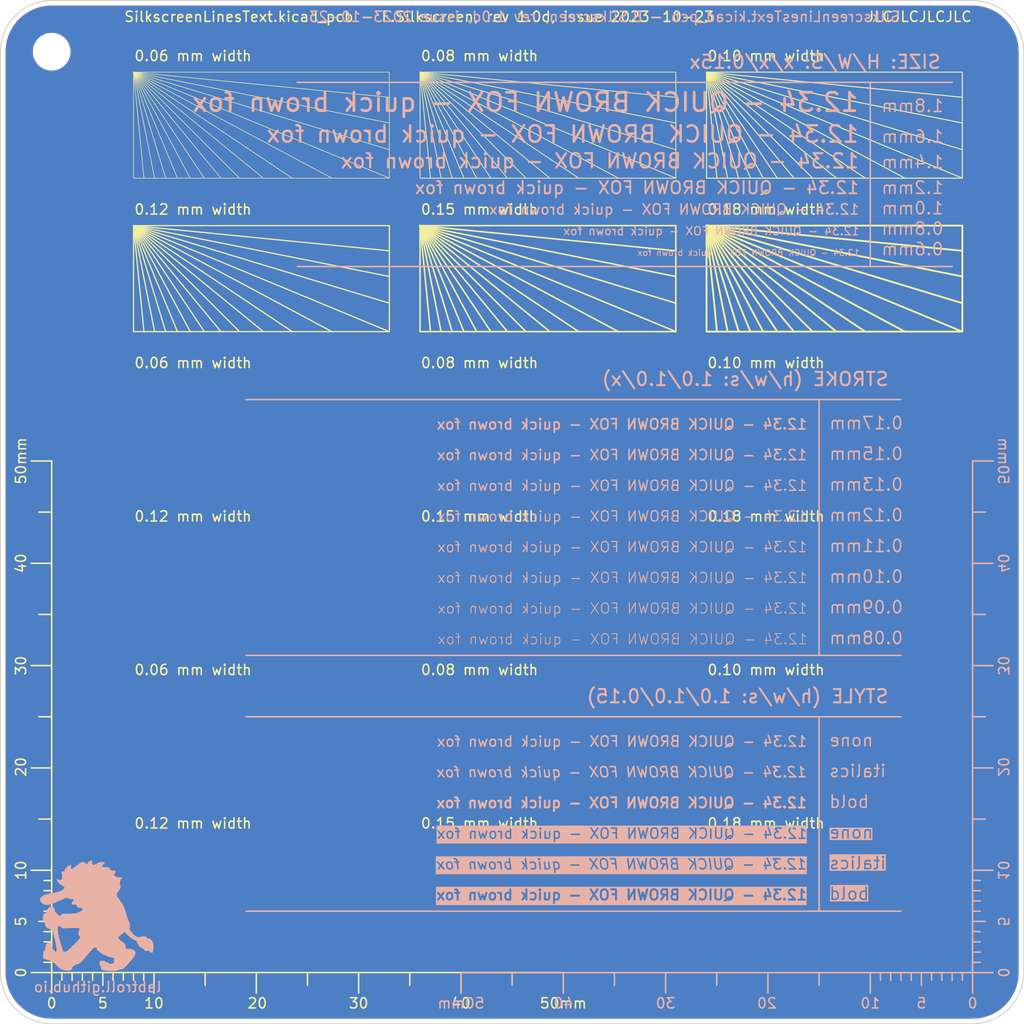
<source format=kicad_pcb>
(kicad_pcb (version 20221018) (generator pcbnew)
  (title_block (title "Silk Screen Visual Tests") (date "2023-10-23") (rev "1.0d") (company "Morten Hattesen"))
  (layers (0 "F.Cu" signal) (31 "B.Cu" signal) (36 "B.SilkS" user "B.Silkscreen") (37 "F.SilkS" user "F.Silkscreen") (38 "B.Mask" user) (39 "F.Mask" user) (44 "Edge.Cuts" user))
  (property "FILE" "SilkscreenLinesText.kicad_pcb")
  (net 0 "")
  (footprint "SilkScreenTests:Silkscreen_Lines_25x10mm_0.15mm" (layer "F.Cu") (at 64.335 43.195)
    (fp_text reference "~" hide)
    (fp_text value "0.06 mm width" (at 0 -1 unlocked) (layer "F.SilkS") (effects (justify left bottom)))
  )
  (footprint "SilkScreenTests:Lines_Copper_25x10mm_0.15mm" (layer "F.Cu") (at 64.335 103.195)
    (fp_text reference "~" hide)
    (fp_text value "0.06 mm width" (at 0 -1 unlocked) (layer "F.SilkS") (effects (justify left bottom)))
    (fp_line (start 0 0) (end 1.019424 10.36) (stroke (width 0.06)) (layer "F.Cu"))
    (fp_line (start 0 0) (end 2.059568 10.36) (stroke (width 0.06)) (layer "F.Cu"))
    (fp_line (start 0 0) (end 3.141152 10.36) (stroke (width 0.06)) (layer "F.Cu"))
    (fp_line (start 0 0) (end 4.293184 10.36) (stroke (width 0.06)) (layer "F.Cu"))
    (fp_line (start 0 0) (end 5.536384 10.36) (stroke (width 0.06)) (layer "F.Cu"))
    (fp_line (start 0 0) (end 6.92048 10.36) (stroke (width 0.06)) (layer "F.Cu"))
    (fp_line (start 0 0) (end 8.499344 10.31) (stroke (width 0.06)) (layer "F.Cu"))
    (fp_line (start 0 0) (end 10.36 10.36) (stroke (width 0.06)) (layer "F.Cu"))
    (fp_line (start 0 0) (end 12.627986 10.31) (stroke (width 0.06)) (layer "F.Cu"))
    (fp_line (start 0 0) (end 15.508982 10.36) (stroke (width 0.06)) (layer "F.Cu"))
    (fp_line (start 0 0) (end 19.386228 10.36) (stroke (width 0.06)) (layer "F.Cu"))
    (fp_line (start 0 0) (end 25 2.46) (stroke (width 0.06)) (layer "F.Cu"))
    (fp_line (start 0 0) (end 25 4.97) (stroke (width 0.06)) (layer "F.Cu"))
    (fp_line (start 0 0) (end 25 7.58) (stroke (width 0.06)) (layer "F.Cu"))
    (fp_line (start 0 0) (end 25 10.36) (stroke (width 0.06)) (layer "F.Cu"))
    (fp_rect (start 0 0) (end 25 10.36) (stroke (width 0.06)) (fill none) (layer "F.Cu"))
  )
  (footprint "SilkScreenTests:Lines_Copper_25x10mm_0.15mm" (layer "F.Cu") (at 92.335 103.195)
    (fp_text reference "~" hide)
    (fp_text value "0.08 mm width" (at 0 -1 unlocked) (layer "F.SilkS") (effects (justify left bottom)))
    (fp_line (start 0 0) (end 1.019424 10.36) (stroke (width 0.08)) (layer "F.Cu"))
    (fp_line (start 0 0) (end 2.059568 10.36) (stroke (width 0.08)) (layer "F.Cu"))
    (fp_line (start 0 0) (end 3.141152 10.36) (stroke (width 0.08)) (layer "F.Cu"))
    (fp_line (start 0 0) (end 4.293184 10.36) (stroke (width 0.08)) (layer "F.Cu"))
    (fp_line (start 0 0) (end 5.536384 10.36) (stroke (width 0.08)) (layer "F.Cu"))
    (fp_line (start 0 0) (end 6.92048 10.36) (stroke (width 0.08)) (layer "F.Cu"))
    (fp_line (start 0 0) (end 8.499344 10.31) (stroke (width 0.08)) (layer "F.Cu"))
    (fp_line (start 0 0) (end 10.36 10.36) (stroke (width 0.08)) (layer "F.Cu"))
    (fp_line (start 0 0) (end 12.627986 10.31) (stroke (width 0.08)) (layer "F.Cu"))
    (fp_line (start 0 0) (end 15.508982 10.36) (stroke (width 0.08)) (layer "F.Cu"))
    (fp_line (start 0 0) (end 19.386228 10.36) (stroke (width 0.08)) (layer "F.Cu"))
    (fp_line (start 0 0) (end 25 2.46) (stroke (width 0.08)) (layer "F.Cu"))
    (fp_line (start 0 0) (end 25 4.97) (stroke (width 0.08)) (layer "F.Cu"))
    (fp_line (start 0 0) (end 25 7.58) (stroke (width 0.08)) (layer "F.Cu"))
    (fp_line (start 0 0) (end 25 10.36) (stroke (width 0.08)) (layer "F.Cu"))
    (fp_rect (start 0 0) (end 25 10.36) (stroke (width 0.08)) (fill none) (layer "F.Cu"))
  )
  (footprint "SilkScreenTests:Lines_Copper_25x10mm_0.15mm" (layer "F.Cu") (at 120.335 118.195)
    (fp_text reference "~" hide)
    (fp_text value "0.18 mm width" (at 0 -1 unlocked) (layer "F.SilkS") (effects (justify left bottom)))
    (fp_line (start 0 0) (end 1.019424 10.36) (stroke (width 0.18)) (layer "F.Cu"))
    (fp_line (start 0 0) (end 2.059568 10.36) (stroke (width 0.18)) (layer "F.Cu"))
    (fp_line (start 0 0) (end 3.141152 10.36) (stroke (width 0.18)) (layer "F.Cu"))
    (fp_line (start 0 0) (end 4.293184 10.36) (stroke (width 0.18)) (layer "F.Cu"))
    (fp_line (start 0 0) (end 5.536384 10.36) (stroke (width 0.18)) (layer "F.Cu"))
    (fp_line (start 0 0) (end 6.92048 10.36) (stroke (width 0.18)) (layer "F.Cu"))
    (fp_line (start 0 0) (end 8.499344 10.31) (stroke (width 0.18)) (layer "F.Cu"))
    (fp_line (start 0 0) (end 10.36 10.36) (stroke (width 0.18)) (layer "F.Cu"))
    (fp_line (start 0 0) (end 12.627986 10.31) (stroke (width 0.18)) (layer "F.Cu"))
    (fp_line (start 0 0) (end 15.508982 10.36) (stroke (width 0.18)) (layer "F.Cu"))
    (fp_line (start 0 0) (end 19.386228 10.36) (stroke (width 0.18)) (layer "F.Cu"))
    (fp_line (start 0 0) (end 25 2.46) (stroke (width 0.18)) (layer "F.Cu"))
    (fp_line (start 0 0) (end 25 4.97) (stroke (width 0.18)) (layer "F.Cu"))
    (fp_line (start 0 0) (end 25 7.58) (stroke (width 0.18)) (layer "F.Cu"))
    (fp_line (start 0 0) (end 25 10.36) (stroke (width 0.18)) (layer "F.Cu"))
    (fp_rect (start 0 0) (end 25 10.36) (stroke (width 0.18)) (fill none) (layer "F.Cu"))
  )
  (footprint "SilkScreenTests:Lines_Copper_25x10mm_0.15mm" (layer "F.Cu") (at 64.335 118.195)
    (fp_text reference "~" hide)
    (fp_text value "0.12 mm width" (at 0 -1 unlocked) (layer "F.SilkS") (effects (justify left bottom)))
    (fp_line (start 0 0) (end 1.019424 10.36) (stroke (width 0.12)) (layer "F.Cu"))
    (fp_line (start 0 0) (end 2.059568 10.36) (stroke (width 0.12)) (layer "F.Cu"))
    (fp_line (start 0 0) (end 3.141152 10.36) (stroke (width 0.12)) (layer "F.Cu"))
    (fp_line (start 0 0) (end 4.293184 10.36) (stroke (width 0.12)) (layer "F.Cu"))
    (fp_line (start 0 0) (end 5.536384 10.36) (stroke (width 0.12)) (layer "F.Cu"))
    (fp_line (start 0 0) (end 6.92048 10.36) (stroke (width 0.12)) (layer "F.Cu"))
    (fp_line (start 0 0) (end 8.499344 10.31) (stroke (width 0.12)) (layer "F.Cu"))
    (fp_line (start 0 0) (end 10.36 10.36) (stroke (width 0.12)) (layer "F.Cu"))
    (fp_line (start 0 0) (end 12.627986 10.31) (stroke (width 0.12)) (layer "F.Cu"))
    (fp_line (start 0 0) (end 15.508982 10.36) (stroke (width 0.12)) (layer "F.Cu"))
    (fp_line (start 0 0) (end 19.386228 10.36) (stroke (width 0.12)) (layer "F.Cu"))
    (fp_line (start 0 0) (end 25 2.46) (stroke (width 0.12)) (layer "F.Cu"))
    (fp_line (start 0 0) (end 25 4.97) (stroke (width 0.12)) (layer "F.Cu"))
    (fp_line (start 0 0) (end 25 7.58) (stroke (width 0.12)) (layer "F.Cu"))
    (fp_line (start 0 0) (end 25 10.36) (stroke (width 0.12)) (layer "F.Cu"))
    (fp_rect (start 0 0) (end 25 10.36) (stroke (width 0.12)) (fill none) (layer "F.Cu"))
  )
  (footprint "Calibration_Scale:Gauge_50mm_Type2_SilkScreenTop_FIX" (layer "F.Cu") (at 56.335 131.195)
    (fp_text reference "REF**" hide)
    (fp_text value "Gauge_50mm_Type2_SilkScreenTop_FIX" hide)
    (fp_text user "50mm" (at -3 -50.00244 90 unlocked) (layer "F.SilkS"))
    (fp_text user "20" (at 20.09902 3 unlocked) (layer "F.SilkS"))
    (fp_text user "40" (at -3 -40.00246 90 unlocked) (layer "F.SilkS"))
    (fp_text user "40" (at 39.99992 3 unlocked) (layer "F.SilkS"))
    (fp_text user "5" (at 5 3 unlocked) (layer "F.SilkS"))
    (fp_text user "20" (at -3 -20.10156 90 unlocked) (layer "F.SilkS"))
    (fp_text user "0" (at -3 -0.00254 90 unlocked) (layer "F.SilkS"))
    (fp_text user "5" (at -3 -5.00126 90 unlocked) (layer "F.SilkS"))
    (fp_text user "30" (at -3 -30.00248 90 unlocked) (layer "F.SilkS"))
    (fp_text user "0" (at 0 3 unlocked) (layer "F.SilkS"))
    (fp_text user "30" (at 29.99994 3 unlocked) (layer "F.SilkS"))
    (fp_text user "10" (at 10 3 unlocked) (layer "F.SilkS"))
    (fp_text user "10" (at -3 -10.00252 90 unlocked) (layer "F.SilkS"))
    (fp_text user "50mm" (at 49.9999 3 unlocked) (layer "F.SilkS"))
  )
  (footprint "MountingHole:MountingHole_3.2mm_M3" (layer "F.Cu") (at 56.335 41.195)
    (fp_text reference "REF**" hide)
    (fp_text value "MountingHole_3.2mm_M3" hide)
    (pad "" np_thru_hole circle (at 0 0) (size 3.2 3.2) (drill 3.2) (layers "F&B.Cu" "*.Mask"))
  )
  (footprint "SilkScreenTests:Silkscreen_Lines_25x10mm_0.15mm" (layer "F.Cu") (at 92.335 58.195)
    (fp_text reference "~" hide)
    (fp_text value "0.15 mm width" (at 0 -1 unlocked) (layer "F.SilkS") (effects (justify left bottom)))
  )
  (footprint "SilkScreenTests:Lines_Copper_25x10mm_0.15mm" (layer "F.Cu") (at 92.335 88.195)
    (fp_text reference "~" hide)
    (fp_text value "0.15 mm width" (at 0 -1 unlocked) (layer "F.SilkS") (effects (justify left bottom)))
    (fp_line (start 0 0) (end 1.019424 10.36) (stroke (width 0.15)) (layer "F.Cu"))
    (fp_line (start 0 0) (end 2.059568 10.36) (stroke (width 0.15)) (layer "F.Cu"))
    (fp_line (start 0 0) (end 3.141152 10.36) (stroke (width 0.15)) (layer "F.Cu"))
    (fp_line (start 0 0) (end 4.293184 10.36) (stroke (width 0.15)) (layer "F.Cu"))
    (fp_line (start 0 0) (end 5.536384 10.36) (stroke (width 0.15)) (layer "F.Cu"))
    (fp_line (start 0 0) (end 6.92048 10.36) (stroke (width 0.15)) (layer "F.Cu"))
    (fp_line (start 0 0) (end 8.499344 10.31) (stroke (width 0.15)) (layer "F.Cu"))
    (fp_line (start 0 0) (end 10.36 10.36) (stroke (width 0.15)) (layer "F.Cu"))
    (fp_line (start 0 0) (end 12.627986 10.31) (stroke (width 0.15)) (layer "F.Cu"))
    (fp_line (start 0 0) (end 15.508982 10.36) (stroke (width 0.15)) (layer "F.Cu"))
    (fp_line (start 0 0) (end 19.386228 10.36) (stroke (width 0.15)) (layer "F.Cu"))
    (fp_line (start 0 0) (end 25 2.46) (stroke (width 0.15)) (layer "F.Cu"))
    (fp_line (start 0 0) (end 25 4.97) (stroke (width 0.15)) (layer "F.Cu"))
    (fp_line (start 0 0) (end 25 7.58) (stroke (width 0.15)) (layer "F.Cu"))
    (fp_line (start 0 0) (end 25 10.36) (stroke (width 0.15)) (layer "F.Cu"))
    (fp_rect (start 0 0) (end 25 10.36) (stroke (width 0.15)) (fill none) (layer "F.Cu"))
  )
  (footprint "SilkScreenTests:Lines_Copper_25x10mm_0.15mm" (layer "F.Cu") (at 120.335 88.195)
    (fp_text reference "~" hide)
    (fp_text value "0.18 mm width" (at 0 -1 unlocked) (layer "F.SilkS") (effects (justify left bottom)))
    (fp_line (start 0 0) (end 1.019424 10.36) (stroke (width 0.18)) (layer "F.Cu"))
    (fp_line (start 0 0) (end 2.059568 10.36) (stroke (width 0.18)) (layer "F.Cu"))
    (fp_line (start 0 0) (end 3.141152 10.36) (stroke (width 0.18)) (layer "F.Cu"))
    (fp_line (start 0 0) (end 4.293184 10.36) (stroke (width 0.18)) (layer "F.Cu"))
    (fp_line (start 0 0) (end 5.536384 10.36) (stroke (width 0.18)) (layer "F.Cu"))
    (fp_line (start 0 0) (end 6.92048 10.36) (stroke (width 0.18)) (layer "F.Cu"))
    (fp_line (start 0 0) (end 8.499344 10.31) (stroke (width 0.18)) (layer "F.Cu"))
    (fp_line (start 0 0) (end 10.36 10.36) (stroke (width 0.18)) (layer "F.Cu"))
    (fp_line (start 0 0) (end 12.627986 10.31) (stroke (width 0.18)) (layer "F.Cu"))
    (fp_line (start 0 0) (end 15.508982 10.36) (stroke (width 0.18)) (layer "F.Cu"))
    (fp_line (start 0 0) (end 19.386228 10.36) (stroke (width 0.18)) (layer "F.Cu"))
    (fp_line (start 0 0) (end 25 2.46) (stroke (width 0.18)) (layer "F.Cu"))
    (fp_line (start 0 0) (end 25 4.97) (stroke (width 0.18)) (layer "F.Cu"))
    (fp_line (start 0 0) (end 25 7.58) (stroke (width 0.18)) (layer "F.Cu"))
    (fp_line (start 0 0) (end 25 10.36) (stroke (width 0.18)) (layer "F.Cu"))
    (fp_rect (start 0 0) (end 25 10.36) (stroke (width 0.18)) (fill none) (layer "F.Cu"))
  )
  (footprint "SilkScreenTests:Silkscreen_Lines_25x10mm_0.15mm" (layer "F.Cu") (at 64.335 58.195)
    (fp_text reference "~" hide)
    (fp_text value "0.12 mm width" (at 0 -1 unlocked) (layer "F.SilkS") (effects (justify left bottom)))
  )
  (footprint "SilkScreenTests:Lines_Copper_25x10mm_0.15mm" (layer "F.Cu") (at 92.335 118.195)
    (fp_text reference "~" hide)
    (fp_text value "0.15 mm width" (at 0 -1 unlocked) (layer "F.SilkS") (effects (justify left bottom)))
    (fp_line (start 0 0) (end 1.019424 10.36) (stroke (width 0.15)) (layer "F.Cu"))
    (fp_line (start 0 0) (end 2.059568 10.36) (stroke (width 0.15)) (layer "F.Cu"))
    (fp_line (start 0 0) (end 3.141152 10.36) (stroke (width 0.15)) (layer "F.Cu"))
    (fp_line (start 0 0) (end 4.293184 10.36) (stroke (width 0.15)) (layer "F.Cu"))
    (fp_line (start 0 0) (end 5.536384 10.36) (stroke (width 0.15)) (layer "F.Cu"))
    (fp_line (start 0 0) (end 6.92048 10.36) (stroke (width 0.15)) (layer "F.Cu"))
    (fp_line (start 0 0) (end 8.499344 10.31) (stroke (width 0.15)) (layer "F.Cu"))
    (fp_line (start 0 0) (end 10.36 10.36) (stroke (width 0.15)) (layer "F.Cu"))
    (fp_line (start 0 0) (end 12.627986 10.31) (stroke (width 0.15)) (layer "F.Cu"))
    (fp_line (start 0 0) (end 15.508982 10.36) (stroke (width 0.15)) (layer "F.Cu"))
    (fp_line (start 0 0) (end 19.386228 10.36) (stroke (width 0.15)) (layer "F.Cu"))
    (fp_line (start 0 0) (end 25 2.46) (stroke (width 0.15)) (layer "F.Cu"))
    (fp_line (start 0 0) (end 25 4.97) (stroke (width 0.15)) (layer "F.Cu"))
    (fp_line (start 0 0) (end 25 7.58) (stroke (width 0.15)) (layer "F.Cu"))
    (fp_line (start 0 0) (end 25 10.36) (stroke (width 0.15)) (layer "F.Cu"))
    (fp_rect (start 0 0) (end 25 10.36) (stroke (width 0.15)) (fill none) (layer "F.Cu"))
  )
  (footprint "SilkScreenTests:Lines_Copper_25x10mm_0.15mm" (layer "F.Cu") (at 120.335 73.195)
    (fp_text reference "~" hide)
    (fp_text value "0.10 mm width" (at 0 -1 unlocked) (layer "F.SilkS") (effects (justify left bottom)))
    (fp_line (start 0 0) (end 1.019424 10.36) (stroke (width 0.1)) (layer "F.Cu"))
    (fp_line (start 0 0) (end 2.059568 10.36) (stroke (width 0.1)) (layer "F.Cu"))
    (fp_line (start 0 0) (end 3.141152 10.36) (stroke (width 0.1)) (layer "F.Cu"))
    (fp_line (start 0 0) (end 4.293184 10.36) (stroke (width 0.1)) (layer "F.Cu"))
    (fp_line (start 0 0) (end 5.536384 10.36) (stroke (width 0.1)) (layer "F.Cu"))
    (fp_line (start 0 0) (end 6.92048 10.36) (stroke (width 0.1)) (layer "F.Cu"))
    (fp_line (start 0 0) (end 8.499344 10.31) (stroke (width 0.1)) (layer "F.Cu"))
    (fp_line (start 0 0) (end 10.36 10.36) (stroke (width 0.1)) (layer "F.Cu"))
    (fp_line (start 0 0) (end 12.627986 10.31) (stroke (width 0.1)) (layer "F.Cu"))
    (fp_line (start 0 0) (end 15.508982 10.36) (stroke (width 0.1)) (layer "F.Cu"))
    (fp_line (start 0 0) (end 19.386228 10.36) (stroke (width 0.1)) (layer "F.Cu"))
    (fp_line (start 0 0) (end 25 2.46) (stroke (width 0.1)) (layer "F.Cu"))
    (fp_line (start 0 0) (end 25 4.97) (stroke (width 0.1)) (layer "F.Cu"))
    (fp_line (start 0 0) (end 25 7.58) (stroke (width 0.1)) (layer "F.Cu"))
    (fp_line (start 0 0) (end 25 10.36) (stroke (width 0.1)) (layer "F.Cu"))
    (fp_rect (start 0 0) (end 25 10.36) (stroke (width 0.1)) (fill none) (layer "F.Cu"))
  )
  (footprint "SilkScreenTests:Lines_Copper_25x10mm_0.15mm" (layer "F.Cu") (at 120.335 103.195)
    (fp_text reference "~" hide)
    (fp_text value "0.10 mm width" (at 0 -1 unlocked) (layer "F.SilkS") (effects (justify left bottom)))
    (fp_line (start 0 0) (end 1.019424 10.36) (stroke (width 0.1)) (layer "F.Cu"))
    (fp_line (start 0 0) (end 2.059568 10.36) (stroke (width 0.1)) (layer "F.Cu"))
    (fp_line (start 0 0) (end 3.141152 10.36) (stroke (width 0.1)) (layer "F.Cu"))
    (fp_line (start 0 0) (end 4.293184 10.36) (stroke (width 0.1)) (layer "F.Cu"))
    (fp_line (start 0 0) (end 5.536384 10.36) (stroke (width 0.1)) (layer "F.Cu"))
    (fp_line (start 0 0) (end 6.92048 10.36) (stroke (width 0.1)) (layer "F.Cu"))
    (fp_line (start 0 0) (end 8.499344 10.31) (stroke (width 0.1)) (layer "F.Cu"))
    (fp_line (start 0 0) (end 10.36 10.36) (stroke (width 0.1)) (layer "F.Cu"))
    (fp_line (start 0 0) (end 12.627986 10.31) (stroke (width 0.1)) (layer "F.Cu"))
    (fp_line (start 0 0) (end 15.508982 10.36) (stroke (width 0.1)) (layer "F.Cu"))
    (fp_line (start 0 0) (end 19.386228 10.36) (stroke (width 0.1)) (layer "F.Cu"))
    (fp_line (start 0 0) (end 25 2.46) (stroke (width 0.1)) (layer "F.Cu"))
    (fp_line (start 0 0) (end 25 4.97) (stroke (width 0.1)) (layer "F.Cu"))
    (fp_line (start 0 0) (end 25 7.58) (stroke (width 0.1)) (layer "F.Cu"))
    (fp_line (start 0 0) (end 25 10.36) (stroke (width 0.1)) (layer "F.Cu"))
    (fp_rect (start 0 0) (end 25 10.36) (stroke (width 0.1)) (fill none) (layer "F.Cu"))
  )
  (footprint "SilkScreenTests:Lines_Copper_25x10mm_0.15mm" (layer "F.Cu") (at 64.335 88.195)
    (fp_text reference "~" hide)
    (fp_text value "0.12 mm width" (at 0 -1 unlocked) (layer "F.SilkS") (effects (justify left bottom)))
    (fp_line (start 0 0) (end 1.019424 10.36) (stroke (width 0.12)) (layer "F.Cu"))
    (fp_line (start 0 0) (end 2.059568 10.36) (stroke (width 0.12)) (layer "F.Cu"))
    (fp_line (start 0 0) (end 3.141152 10.36) (stroke (width 0.12)) (layer "F.Cu"))
    (fp_line (start 0 0) (end 4.293184 10.36) (stroke (width 0.12)) (layer "F.Cu"))
    (fp_line (start 0 0) (end 5.536384 10.36) (stroke (width 0.12)) (layer "F.Cu"))
    (fp_line (start 0 0) (end 6.92048 10.36) (stroke (width 0.12)) (layer "F.Cu"))
    (fp_line (start 0 0) (end 8.499344 10.31) (stroke (width 0.12)) (layer "F.Cu"))
    (fp_line (start 0 0) (end 10.36 10.36) (stroke (width 0.12)) (layer "F.Cu"))
    (fp_line (start 0 0) (end 12.627986 10.31) (stroke (width 0.12)) (layer "F.Cu"))
    (fp_line (start 0 0) (end 15.508982 10.36) (stroke (width 0.12)) (layer "F.Cu"))
    (fp_line (start 0 0) (end 19.386228 10.36) (stroke (width 0.12)) (layer "F.Cu"))
    (fp_line (start 0 0) (end 25 2.46) (stroke (width 0.12)) (layer "F.Cu"))
    (fp_line (start 0 0) (end 25 4.97) (stroke (width 0.12)) (layer "F.Cu"))
    (fp_line (start 0 0) (end 25 7.58) (stroke (width 0.12)) (layer "F.Cu"))
    (fp_line (start 0 0) (end 25 10.36) (stroke (width 0.12)) (layer "F.Cu"))
    (fp_rect (start 0 0) (end 25 10.36) (stroke (width 0.12)) (fill none) (layer "F.Cu"))
  )
  (footprint "SilkScreenTests:Silkscreen_Lines_25x10mm_0.15mm" (layer "F.Cu") (at 92.335 43.195)
    (fp_text reference "~" hide)
    (fp_text value "0.08 mm width" (at 0 -1 unlocked) (layer "F.SilkS") (effects (justify left bottom)))
  )
  (footprint "SilkScreenTests:Lines_Copper_25x10mm_0.15mm" (layer "F.Cu") (at 64.335 73.195)
    (fp_text reference "~" hide)
    (fp_text value "0.06 mm width" (at 0 -1 unlocked) (layer "F.SilkS") (effects (justify left bottom)))
    (fp_line (start 0 0) (end 1.019424 10.36) (stroke (width 0.06)) (layer "F.Cu"))
    (fp_line (start 0 0) (end 2.059568 10.36) (stroke (width 0.06)) (layer "F.Cu"))
    (fp_line (start 0 0) (end 3.141152 10.36) (stroke (width 0.06)) (layer "F.Cu"))
    (fp_line (start 0 0) (end 4.293184 10.36) (stroke (width 0.06)) (layer "F.Cu"))
    (fp_line (start 0 0) (end 5.536384 10.36) (stroke (width 0.06)) (layer "F.Cu"))
    (fp_line (start 0 0) (end 6.92048 10.36) (stroke (width 0.06)) (layer "F.Cu"))
    (fp_line (start 0 0) (end 8.499344 10.31) (stroke (width 0.06)) (layer "F.Cu"))
    (fp_line (start 0 0) (end 10.36 10.36) (stroke (width 0.06)) (layer "F.Cu"))
    (fp_line (start 0 0) (end 12.627986 10.31) (stroke (width 0.06)) (layer "F.Cu"))
    (fp_line (start 0 0) (end 15.508982 10.36) (stroke (width 0.06)) (layer "F.Cu"))
    (fp_line (start 0 0) (end 19.386228 10.36) (stroke (width 0.06)) (layer "F.Cu"))
    (fp_line (start 0 0) (end 25 2.46) (stroke (width 0.06)) (layer "F.Cu"))
    (fp_line (start 0 0) (end 25 4.97) (stroke (width 0.06)) (layer "F.Cu"))
    (fp_line (start 0 0) (end 25 7.58) (stroke (width 0.06)) (layer "F.Cu"))
    (fp_line (start 0 0) (end 25 10.36) (stroke (width 0.06)) (layer "F.Cu"))
    (fp_rect (start 0 0) (end 25 10.36) (stroke (width 0.06)) (fill none) (layer "F.Cu"))
  )
  (footprint "SilkScreenTests:Silkscreen_Lines_25x10mm_0.15mm" (layer "F.Cu") (at 120.335 43.195)
    (fp_text reference "~" hide)
    (fp_text value "0.10 mm width" (at 0 -1 unlocked) (layer "F.SilkS") (effects (justify left bottom)))
  )
  (footprint "SilkScreenTests:Lines_Copper_25x10mm_0.15mm" (layer "F.Cu") (at 92.335 73.195)
    (fp_text reference "~" hide)
    (fp_text value "0.08 mm width" (at 0 -1 unlocked) (layer "F.SilkS") (effects (justify left bottom)))
    (fp_line (start 0 0) (end 1.019424 10.36) (stroke (width 0.08)) (layer "F.Cu"))
    (fp_line (start 0 0) (end 2.059568 10.36) (stroke (width 0.08)) (layer "F.Cu"))
    (fp_line (start 0 0) (end 3.141152 10.36) (stroke (width 0.08)) (layer "F.Cu"))
    (fp_line (start 0 0) (end 4.293184 10.36) (stroke (width 0.08)) (layer "F.Cu"))
    (fp_line (start 0 0) (end 5.536384 10.36) (stroke (width 0.08)) (layer "F.Cu"))
    (fp_line (start 0 0) (end 6.92048 10.36) (stroke (width 0.08)) (layer "F.Cu"))
    (fp_line (start 0 0) (end 8.499344 10.31) (stroke (width 0.08)) (layer "F.Cu"))
    (fp_line (start 0 0) (end 10.36 10.36) (stroke (width 0.08)) (layer "F.Cu"))
    (fp_line (start 0 0) (end 12.627986 10.31) (stroke (width 0.08)) (layer "F.Cu"))
    (fp_line (start 0 0) (end 15.508982 10.36) (stroke (width 0.08)) (layer "F.Cu"))
    (fp_line (start 0 0) (end 19.386228 10.36) (stroke (width 0.08)) (layer "F.Cu"))
    (fp_line (start 0 0) (end 25 2.46) (stroke (width 0.08)) (layer "F.Cu"))
    (fp_line (start 0 0) (end 25 4.97) (stroke (width 0.08)) (layer "F.Cu"))
    (fp_line (start 0 0) (end 25 7.58) (stroke (width 0.08)) (layer "F.Cu"))
    (fp_line (start 0 0) (end 25 10.36) (stroke (width 0.08)) (layer "F.Cu"))
    (fp_rect (start 0 0) (end 25 10.36) (stroke (width 0.08)) (fill none) (layer "F.Cu"))
  )
  (footprint "SilkScreenTests:Silkscreen_Lines_25x10mm_0.15mm" (layer "F.Cu") (at 120.335 58.195)
    (fp_text reference "~" hide)
    (fp_text value "0.18 mm width" (at 0 -1 unlocked) (layer "F.SilkS") (effects (justify left bottom)))
  )
  (footprint "SilkScreenTests:Silkscreen_Texts_STYLE_1.2_1.2_0.15" (layer "B.Cu") (at 131.335 106.195 180)
    (fp_text reference "~" hide)
    (fp_text value "STYLE (h/w/s: 1.0/1.0/0.15)" (at -6.9 2 unlocked) (layer "B.SilkS") (effects (font (size 1.3 1.3) (thickness 0.2)) (justify left mirror)))
    (fp_text user "12.34 - QUICK BROWN FOX - quick brown fox " (at 1.1 -3 unlocked) (layer "B.SilkS") (effects (justify left bottom mirror)))
    (fp_text user "none" (at -0.9 -3 unlocked) (layer "B.SilkS") (effects (font (size 1.2 1.2)) (justify right bottom mirror)))
    (fp_text user "12.34 - QUICK BROWN FOX - quick brown fox " (at 1.1 -15 unlocked) (layer "B.SilkS" knockout) (effects (font (thickness 0.15) italic) (justify left bottom mirror)))
    (fp_text user "12.34 - QUICK BROWN FOX - quick brown fox " (at 1.1 -9 unlocked) (layer "B.SilkS") (effects (font (thickness 0.2) bold) (justify left bottom mirror)))
    (fp_text user "12.34 - QUICK BROWN FOX - quick brown fox " (at 1.1 -12 unlocked) (layer "B.SilkS" knockout) (effects (justify left bottom mirror)))
    (fp_text user "italics" (at -0.9 -6 unlocked) (layer "B.SilkS") (effects (font (size 1.2 1.2)) (justify right bottom mirror)))
    (fp_text user "italics" (at -0.9 -15 unlocked) (layer "B.SilkS" knockout) (effects (font (size 1.2 1.2)) (justify right bottom mirror)))
    (fp_text user "12.34 - QUICK BROWN FOX - quick brown fox " (at 1.1 -6 unlocked) (layer "B.SilkS") (effects (font (thickness 0.15) italic) (justify left bottom mirror)))
    (fp_text user "none" (at -0.9 -12 unlocked) (layer "B.SilkS" knockout) (effects (font (size 1.2 1.2)) (justify right bottom mirror)))
    (fp_text user "12.34 - QUICK BROWN FOX - quick brown fox " (at 1.1 -18 unlocked) (layer "B.SilkS" knockout) (effects (font (thickness 0.2) bold) (justify left bottom mirror)))
    (fp_text user "bold" (at -0.9 -18 unlocked) (layer "B.SilkS" knockout) (effects (font (size 1.2 1.2)) (justify right bottom mirror)))
    (fp_text user "bold" (at -0.9 -9 unlocked) (layer "B.SilkS") (effects (font (size 1.2 1.2)) (justify right bottom mirror)))
  )
  (footprint "_ProjCommon:Labtroll_Logo" (layer "B.Cu") (at 60.835 131.695 180)
    (fp_text reference "REF**" hide)
    (fp_text value "Labtroll_Logo" hide)
    (fp_text user "labtroll.github.io" (at 0 -1.5 unlocked) (layer "B.SilkS") (effects (justify bottom mirror)))
  )
  (footprint "Calibration_Scale:Gauge_50mm_Type2_SilkScreenTop_FIX" (layer "B.Cu") (at 146.335 131.195 180)
    (fp_text reference "REF**" hide)
    (fp_text value "Gauge_50mm_Type2_SilkScreenTop_FIX" hide)
    (fp_text user "5" (at 5 -3 unlocked) (layer "B.SilkS") (effects (justify mirror)))
    (fp_text user "40" (at -3 40.00246 270 unlocked) (layer "B.SilkS") (effects (justify mirror)))
    (fp_text user "30" (at 29.99994 -3 unlocked) (layer "B.SilkS") (effects (justify mirror)))
    (fp_text user "50mm" (at 49.9999 -3 unlocked) (layer "B.SilkS") (effects (justify mirror)))
    (fp_text user "20" (at 20.09902 -3 unlocked) (layer "B.SilkS") (effects (justify mirror)))
    (fp_text user "0" (at 0 -3 unlocked) (layer "B.SilkS") (effects (justify mirror)))
    (fp_text user "10" (at -3 10.00252 270 unlocked) (layer "B.SilkS") (effects (justify mirror)))
    (fp_text user "30" (at -3 30.00248 270 unlocked) (layer "B.SilkS") (effects (justify mirror)))
    (fp_text user "0" (at -3 0.00254 270 unlocked) (layer "B.SilkS") (effects (justify mirror)))
    (fp_text user "10" (at 10 -3 unlocked) (layer "B.SilkS") (effects (justify mirror)))
    (fp_text user "50mm" (at -3 50.00244 270 unlocked) (layer "B.SilkS") (effects (justify mirror)))
    (fp_text user "20" (at -3 20.10156 270 unlocked) (layer "B.SilkS") (effects (justify mirror)))
    (fp_text user "5" (at -3 5.00126 270 unlocked) (layer "B.SilkS") (effects (justify mirror)))
    (fp_text user "40" (at 39.99992 -3 unlocked) (layer "B.SilkS") (effects (justify mirror)))
  )
  (footprint "SilkScreenTests:Texts_Silkscreen_SIZE_x_x_0.15" (layer "B.Cu") (at 136.335 44.195 180)
    (fp_text reference "~" hide)
    (fp_text value "SIZE: H/W/S: x/x/0.15x" (at -7 2 unlocked) (layer "B.SilkS") (effects (font (size 1.3 1.3) (thickness 0.2)) (justify left mirror)))
    (fp_text user "12.34 - QUICK BROWN FOX - quick brown fox " (at 1 -17 unlocked) (layer "B.SilkS") (effects (font (size 0.6 0.6) (thickness 0.09)) (justify left bottom mirror)))
    (fp_text user "1.0mm" (at -1 -13 unlocked) (layer "B.SilkS") (effects (font (size 1.2 1.2)) (justify right bottom mirror)))
    (fp_text user "12.34 - QUICK BROWN FOX - quick brown fox " (at 1 -15 unlocked) (layer "B.SilkS") (effects (font (size 0.8 0.8) (thickness 0.12)) (justify left bottom mirror)))
    (fp_text user "1.6mm" (at -1 -6 unlocked) (layer "B.SilkS") (effects (font (size 1.2 1.2)) (justify right bottom mirror)))
    (fp_text user "12.34 - QUICK BROWN FOX - quick brown fox " (at 1 -13 unlocked) (layer "B.SilkS") (effects (justify left bottom mirror)))
    (fp_text user "1.8mm" (at -1 -3 unlocked) (layer "B.SilkS") (effects (font (size 1.2 1.2)) (justify right bottom mirror)))
    (fp_text user "12.34 - QUICK BROWN FOX - quick brown fox " (at 1 -6 unlocked) (layer "B.SilkS") (effects (font (size 1.6 1.6) (thickness 0.24)) (justify left bottom mirror)))
    (fp_text user "0.8mm" (at -1 -15 unlocked) (layer "B.SilkS") (effects (font (size 1.2 1.2)) (justify right bottom mirror)))
    (fp_text user "1.2mm" (at -1 -11 unlocked) (layer "B.SilkS") (effects (font (size 1.2 1.2)) (justify right bottom mirror)))
    (fp_text user "12.34 - QUICK BROWN FOX - quick brown fox " (at 1 -8.5 unlocked) (layer "B.SilkS") (effects (font (size 1.4 1.4) (thickness 0.21)) (justify left bottom mirror)))
    (fp_text user "12.34 - QUICK BROWN FOX - quick brown fox " (at 1 -11 unlocked) (layer "B.SilkS") (effects (font (size 1.2 1.2) (thickness 0.18)) (justify left bottom mirror)))
    (fp_text user "12.34 - QUICK BROWN FOX - quick brown fox " (at 1 -3 unlocked) (layer "B.SilkS") (effects (font (size 1.8 1.8) (thickness 0.27)) (justify left bottom mirror)))
    (fp_text user "1.4mm" (at -1 -8.5 unlocked) (layer "B.SilkS") (effects (font (size 1.2 1.2)) (justify right bottom mirror)))
    (fp_text user "0.6mm" (at -1 -17 unlocked) (layer "B.SilkS") (effects (font (size 1.2 1.2)) (justify right bottom mirror)))
  )
  (footprint "SilkScreenTests:Silkscreen_Texts_STROKE_1.0_1.0_x" (layer "B.Cu") (at 131.335 75.195 180)
    (fp_text reference "~" hide)
    (fp_text value "STROKE (h/w/s: 1.0/1.0/x)" (at -6.9 2 unlocked) (layer "B.SilkS") (effects (font (size 1.3 1.3) (thickness 0.2)) (justify left mirror)))
    (fp_text user "12.34 - QUICK BROWN FOX - quick brown fox " (at 1.1 -6 unlocked) (layer "B.SilkS") (effects (justify left bottom mirror)))
    (fp_text user "12.34 - QUICK BROWN FOX - quick brown fox " (at 1.1 -3 unlocked) (layer "B.SilkS") (effects (font (thickness 0.17)) (justify left bottom mirror)))
    (fp_text user "0.12mm" (at -0.9 -12 unlocked) (layer "B.SilkS") (effects (font (size 1.2 1.2)) (justify right bottom mirror)))
    (fp_text user "0.11mm" (at -0.9 -15 unlocked) (layer "B.SilkS") (effects (font (size 1.2 1.2)) (justify right bottom mirror)))
    (fp_text user "0.17mm" (at -0.9 -3 unlocked) (layer "B.SilkS") (effects (font (size 1.2 1.2)) (justify right bottom mirror)))
    (fp_text user "12.34 - QUICK BROWN FOX - quick brown fox " (at 1.1 -12 unlocked) (layer "B.SilkS") (effects (font (thickness 0.12)) (justify left bottom mirror)))
    (fp_text user "0.15mm" (at -0.9 -6 unlocked) (layer "B.SilkS") (effects (font (size 1.2 1.2)) (justify right bottom mirror)))
    (fp_text user "0.10mm" (at -0.9 -18 unlocked) (layer "B.SilkS") (effects (font (size 1.2 1.2)) (justify right bottom mirror)))
    (fp_text user "12.34 - QUICK BROWN FOX - quick brown fox " (at 1.1 -15 unlocked) (layer "B.SilkS") (effects (font (thickness 0.11)) (justify left bottom mirror)))
    (fp_text user "0.08mm" (at -0.9 -24 unlocked) (layer "B.SilkS") (effects (font (size 1.2 1.2)) (justify right bottom mirror)))
    (fp_text user "12.34 - QUICK BROWN FOX - quick brown fox " (at 1.1 -18 unlocked) (layer "B.SilkS") (effects (font (thickness 0.1)) (justify left bottom mirror)))
    (fp_text user "12.34 - QUICK BROWN FOX - quick brown fox " (at 1.1 -21 unlocked) (layer "B.SilkS") (effects (font (thickness 0.09)) (justify left bottom mirror)))
    (fp_text user "12.34 - QUICK BROWN FOX - quick brown fox " (at 1.1 -24 unlocked) (layer "B.SilkS") (effects (font (thickness 0.08)) (justify left bottom mirror)))
    (fp_text user "12.34 - QUICK BROWN FOX - quick brown fox " (at 1.1 -9 unlocked) (layer "B.SilkS") (effects (font (thickness 0.13)) (justify left bottom mirror)))
    (fp_text user "0.09mm" (at -0.9 -21 unlocked) (layer "B.SilkS") (effects (font (size 1.2 1.2)) (justify right bottom mirror)))
    (fp_text user "0.13mm" (at -0.9 -9 unlocked) (layer "B.SilkS") (effects (font (size 1.2 1.2)) (justify right bottom mirror)))
  )
  (gr_line (start 151.335 41.195) (end 151.335 131.195) (stroke (width 0.1)) (layer "Edge.Cuts"))
  (gr_arc (start 56.335 136.195) (mid 52.799466 134.730534) (end 51.335 131.195) (stroke (width 0.1)) (layer "Edge.Cuts"))
  (gr_arc (start 151.335 131.195) (mid 149.870534 134.730534) (end 146.335 136.195) (stroke (width 0.1)) (layer "Edge.Cuts"))
  (gr_line (start 56.335 36.195) (end 146.335 36.195) (stroke (width 0.1)) (layer "Edge.Cuts"))
  (gr_line (start 146.335 136.195) (end 56.335 136.195) (stroke (width 0.1)) (layer "Edge.Cuts"))
  (gr_line (start 51.335 131.195) (end 51.335 41.195) (stroke (width 0.1)) (layer "Edge.Cuts"))
  (gr_arc (start 146.335 36.195) (mid 149.870534 37.659466) (end 151.335 41.195) (stroke (width 0.1)) (layer "Edge.Cuts"))
  (gr_arc (start 51.335 41.195) (mid 52.799466 37.659466) (end 56.335 36.195) (stroke (width 0.1)) (layer "Edge.Cuts"))
  (gr_text "${FILE} - ${LAYER}, rev ${REVISION}, issue ${ISSUE_DATE}" (at 139.335 37.195) (layer "B.SilkS") (effects (font (size 1 1)) (justify left top mirror)))
  (gr_text "${FILE} - ${LAYER}, rev ${REVISION}, issue ${ISSUE_DATE}" (at 63.335 37.195) (layer "F.SilkS") (effects (font (size 1 1)) (justify left top)))
  (gr_text "JLCJLCJLCJLC" (at 146.335 37.195) (layer "F.SilkS") (effects (font (size 1 1)) (justify right top)))
  (zone (net 0) (net_name "") (layers "F&B.Cu") (priority 1) (connect_pads (clearance 0.5)) (min_thickness 0.25) (fill yes (thermal_gap 0.5) (thermal_bridge_width 0.5) (island_removal_mode 1) (island_area_min 10))
    (polygon (pts (xy 51.335 36.195) (xy 151.335 36.195) (xy 151.335 136.195) (xy 51.335 136.195)))
  )
)
</source>
